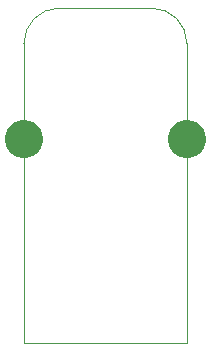
<source format=gbr>
%TF.GenerationSoftware,Altium Limited,Altium Designer,24.10.1 (45)*%
G04 Layer_Color=0*
%FSLAX45Y45*%
%MOMM*%
%TF.SameCoordinates,0294F9B1-DA14-4278-B2A5-1D656DBEE686*%
%TF.FilePolarity,Positive*%
%TF.FileFunction,Profile,NP*%
%TF.Part,Single*%
G01*
G75*
%TA.AperFunction,Profile*%
%ADD34C,0.02540*%
G36*
X2539999Y4110000D02*
X2524241Y4110000D01*
X2493329Y4116148D01*
X2464211Y4128209D01*
X2438005Y4145719D01*
X2415719Y4168005D01*
X2398209Y4194211D01*
X2386148Y4223329D01*
X2380000Y4254241D01*
X2380000Y4269999D01*
Y4270000D01*
Y4285758D01*
X2386149Y4316670D01*
X2398210Y4345788D01*
X2415720Y4371993D01*
X2438006Y4394279D01*
X2464211Y4411788D01*
X2493329Y4423849D01*
X2524241Y4429998D01*
X2539999Y4429997D01*
X2555758Y4429998D01*
X2586669Y4423850D01*
X2615788Y4411789D01*
X2641994Y4394280D01*
X2664280Y4371994D01*
X2681790Y4345788D01*
X2693851Y4316670D01*
X2700000Y4285759D01*
X2699999Y4270000D01*
X2700000Y4254241D01*
X2693852Y4223329D01*
X2681791Y4194211D01*
X2664280Y4168005D01*
X2641994Y4145719D01*
X2615788Y4128209D01*
X2586670Y4116148D01*
X2555758Y4110000D01*
X2539999Y4110000D01*
X2539999D01*
D02*
G37*
G36*
X3919999Y4110000D02*
X3904240Y4110000D01*
X3873329Y4116149D01*
X3844210Y4128210D01*
X3818005Y4145720D01*
X3795719Y4168006D01*
X3778209Y4194211D01*
X3766148Y4223329D01*
X3760000Y4254241D01*
X3760000Y4269999D01*
Y4270000D01*
X3760000Y4285758D01*
X3766149Y4316670D01*
X3778210Y4345788D01*
X3795720Y4371993D01*
X3818006Y4394279D01*
X3844211Y4411789D01*
X3873329Y4423850D01*
X3904241Y4429998D01*
X3919999Y4429998D01*
X3935758Y4429999D01*
X3966670Y4423850D01*
X3995788Y4411790D01*
X4021994Y4394280D01*
X4044280Y4371994D01*
X4061790Y4345788D01*
X4073851Y4316670D01*
X4080000Y4285759D01*
X4079999Y4270000D01*
X4080000Y4254241D01*
X4073851Y4223329D01*
X4061790Y4194211D01*
X4044280Y4168005D01*
X4021994Y4145719D01*
X3995788Y4128209D01*
X3966669Y4116148D01*
X3935757Y4110000D01*
X3919999Y4110000D01*
D01*
D02*
G37*
D34*
X2540000Y2540000D02*
Y5080000D01*
D02*
G02*
X2840000Y5380000I300000J0D01*
G01*
X3620000D01*
D02*
G02*
X3920000Y5080000I0J-300000D01*
G01*
Y2540000D01*
X2540000D01*
%TF.MD5,c5b83ba2b1afeb928ecf38f83b9a4ff3*%
M02*

</source>
